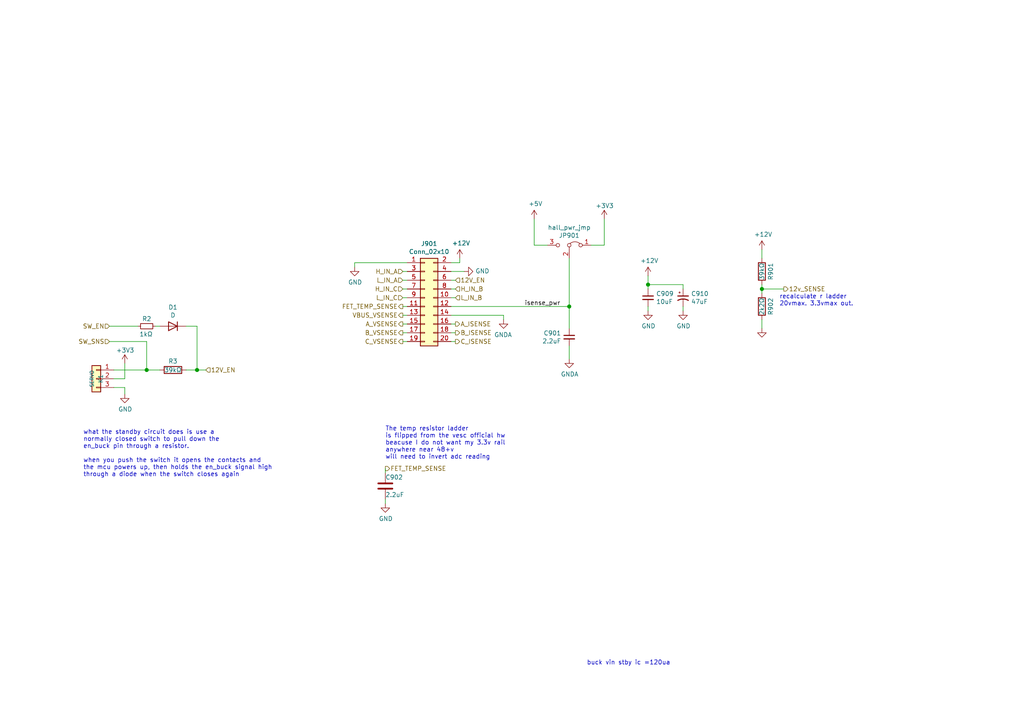
<source format=kicad_sch>
(kicad_sch (version 20210621) (generator eeschema)
  (paper "A4")
  (title_block (title "Moxie-Drive 24, vesc compatable motor controller") (date "2020-07-01") (rev "1.0") (company "Marshall Scholz"))
  (lib_symbols
    (symbol "24_control_board-rescue:C-Device-MoxiE_Control_board-rescue" (pin_numbers hide) (pin_names (offset 0.254))
      (property "Reference" "C" (at 0.635 2.54 0))
      (property "Value" "C-Device-MoxiE_Control_board-rescue" (at 0.635 -2.54 0))
      (symbol "C-Device-MoxiE_Control_board-rescue_0_1"
        (polyline (pts (xy -2.032 -0.762) (xy 2.032 -0.762)) (stroke (width 0.508)))
        (polyline (pts (xy -2.032 0.762) (xy 2.032 0.762)) (stroke (width 0.508)))
      )
      (symbol "C-Device-MoxiE_Control_board-rescue_1_1"
        (pin passive line (at 0 3.81 270) (length 2.794) (name "~") (number "1"))
        (pin passive line (at 0 -3.81 90) (length 2.794) (name "~") (number "2"))
      )
    )
    (symbol "24_control_board-rescue:Conn_01x03-Connector_Generic-MoxiE_Control_board-rescue" (pin_names hide)
      (property "Reference" "J" (at 0 5.08 0))
      (property "Value" "Conn_01x03-Connector_Generic-MoxiE_Control_board-rescue" (at 0 -5.08 0))
      (symbol "Conn_01x03-Connector_Generic-MoxiE_Control_board-rescue_1_1"
        (rectangle (start -1.27 -2.413) (end 0 -2.667) (stroke (width 0.1524)))
        (rectangle (start -1.27 0.127) (end 0 -0.127) (stroke (width 0.1524)))
        (rectangle (start -1.27 2.667) (end 0 2.413) (stroke (width 0.1524)))
        (rectangle (start -1.27 3.81) (end 1.27 -3.81) (stroke (width 0.254)) (fill (type background)))
        (pin passive line (at -5.08 2.54 0) (length 3.81) (name "Pin_1") (number "1"))
        (pin passive line (at -5.08 0 0) (length 3.81) (name "Pin_2") (number "2"))
        (pin passive line (at -5.08 -2.54 0) (length 3.81) (name "Pin_3") (number "3"))
      )
    )
    (symbol "Connector_Generic:Conn_02x10_Odd_Even" (pin_names hide)
      (property "Reference" "J" (at 1.27 12.7 0))
      (property "Value" "Conn_02x10_Odd_Even" (at 1.27 -15.24 0))
      (symbol "Conn_02x10_Odd_Even_1_1"
        (rectangle (start -1.27 -12.573) (end 0 -12.827) (stroke (width 0.1524)))
        (rectangle (start -1.27 -10.033) (end 0 -10.287) (stroke (width 0.1524)))
        (rectangle (start -1.27 -7.493) (end 0 -7.747) (stroke (width 0.1524)))
        (rectangle (start -1.27 -4.953) (end 0 -5.207) (stroke (width 0.1524)))
        (rectangle (start -1.27 -2.413) (end 0 -2.667) (stroke (width 0.1524)))
        (rectangle (start -1.27 0.127) (end 0 -0.127) (stroke (width 0.1524)))
        (rectangle (start -1.27 2.667) (end 0 2.413) (stroke (width 0.1524)))
        (rectangle (start -1.27 5.207) (end 0 4.953) (stroke (width 0.1524)))
        (rectangle (start -1.27 7.747) (end 0 7.493) (stroke (width 0.1524)))
        (rectangle (start -1.27 10.287) (end 0 10.033) (stroke (width 0.1524)))
        (rectangle (start 3.81 -12.573) (end 2.54 -12.827) (stroke (width 0.1524)))
        (rectangle (start 3.81 -10.033) (end 2.54 -10.287) (stroke (width 0.1524)))
        (rectangle (start 3.81 -7.493) (end 2.54 -7.747) (stroke (width 0.1524)))
        (rectangle (start 3.81 -4.953) (end 2.54 -5.207) (stroke (width 0.1524)))
        (rectangle (start 3.81 -2.413) (end 2.54 -2.667) (stroke (width 0.1524)))
        (rectangle (start 3.81 0.127) (end 2.54 -0.127) (stroke (width 0.1524)))
        (rectangle (start 3.81 2.667) (end 2.54 2.413) (stroke (width 0.1524)))
        (rectangle (start 3.81 5.207) (end 2.54 4.953) (stroke (width 0.1524)))
        (rectangle (start 3.81 7.747) (end 2.54 7.493) (stroke (width 0.1524)))
        (rectangle (start 3.81 10.287) (end 2.54 10.033) (stroke (width 0.1524)))
        (rectangle (start -1.27 11.43) (end 3.81 -13.97) (stroke (width 0.254)) (fill (type background)))
        (pin passive line (at -5.08 10.16 0) (length 3.81) (name "Pin_1") (number "1"))
        (pin passive line (at 7.62 0 180) (length 3.81) (name "Pin_10") (number "10"))
        (pin passive line (at -5.08 -2.54 0) (length 3.81) (name "Pin_11") (number "11"))
        (pin passive line (at 7.62 -2.54 180) (length 3.81) (name "Pin_12") (number "12"))
        (pin passive line (at -5.08 -5.08 0) (length 3.81) (name "Pin_13") (number "13"))
        (pin passive line (at 7.62 -5.08 180) (length 3.81) (name "Pin_14") (number "14"))
        (pin passive line (at -5.08 -7.62 0) (length 3.81) (name "Pin_15") (number "15"))
        (pin passive line (at 7.62 -7.62 180) (length 3.81) (name "Pin_16") (number "16"))
        (pin passive line (at -5.08 -10.16 0) (length 3.81) (name "Pin_17") (number "17"))
        (pin passive line (at 7.62 -10.16 180) (length 3.81) (name "Pin_18") (number "18"))
        (pin passive line (at -5.08 -12.7 0) (length 3.81) (name "Pin_19") (number "19"))
        (pin passive line (at 7.62 10.16 180) (length 3.81) (name "Pin_2") (number "2"))
        (pin passive line (at 7.62 -12.7 180) (length 3.81) (name "Pin_20") (number "20"))
        (pin passive line (at -5.08 7.62 0) (length 3.81) (name "Pin_3") (number "3"))
        (pin passive line (at 7.62 7.62 180) (length 3.81) (name "Pin_4") (number "4"))
        (pin passive line (at -5.08 5.08 0) (length 3.81) (name "Pin_5") (number "5"))
        (pin passive line (at 7.62 5.08 180) (length 3.81) (name "Pin_6") (number "6"))
        (pin passive line (at -5.08 2.54 0) (length 3.81) (name "Pin_7") (number "7"))
        (pin passive line (at 7.62 2.54 180) (length 3.81) (name "Pin_8") (number "8"))
        (pin passive line (at -5.08 0 0) (length 3.81) (name "Pin_9") (number "9"))
      )
    )
    (symbol "Device:CP1_Small" (pin_numbers hide) (pin_names (offset 0.254) hide)
      (property "Reference" "C" (at 0.254 1.778 0))
      (property "Value" "CP1_Small" (at 0.254 -2.032 0))
      (symbol "CP1_Small_0_1"
        (arc (start -1.524 -0.762) (end 1.524 -0.762) (radius (at 0 -3.556) (length 3.175) (angles 118.6 61.4)) (stroke (width 0.3048)))
        (polyline (pts (xy -1.524 0.508) (xy 1.524 0.508)) (stroke (width 0.3048)))
        (polyline (pts (xy -1.27 1.524) (xy -0.762 1.524)))
        (polyline (pts (xy -1.016 1.27) (xy -1.016 1.778)))
      )
      (symbol "CP1_Small_1_1"
        (pin passive line (at 0 2.54 270) (length 2.032) (name "~") (number "1"))
        (pin passive line (at 0 -2.54 90) (length 2.032) (name "~") (number "2"))
      )
    )
    (symbol "Device:C_Small" (pin_numbers hide) (pin_names (offset 0.254) hide)
      (property "Reference" "C" (at 0.254 1.778 0))
      (property "Value" "C_Small" (at 0.254 -2.032 0))
      (symbol "C_Small_0_1"
        (polyline (pts (xy -1.524 -0.508) (xy 1.524 -0.508)) (stroke (width 0.3302)))
        (polyline (pts (xy -1.524 0.508) (xy 1.524 0.508)) (stroke (width 0.3048)))
      )
      (symbol "C_Small_1_1"
        (pin passive line (at 0 2.54 270) (length 2.032) (name "~") (number "1"))
        (pin passive line (at 0 -2.54 90) (length 2.032) (name "~") (number "2"))
      )
    )
    (symbol "Device:D" (pin_numbers hide) (pin_names hide)
      (property "Reference" "D" (at 0 2.54 0))
      (property "Value" "D" (at 0 -2.54 0))
      (symbol "D_0_1"
        (polyline (pts (xy -1.27 1.27) (xy -1.27 -1.27)) (stroke (width 0.254)))
        (polyline (pts (xy 1.27 0) (xy -1.27 0)))
        (polyline (pts (xy 1.27 1.27) (xy 1.27 -1.27) (xy -1.27 0) (xy 1.27 1.27)) (stroke (width 0.254)))
      )
      (symbol "D_1_1"
        (pin passive line (at -3.81 0 0) (length 2.54) (name "K") (number "1"))
        (pin passive line (at 3.81 0 180) (length 2.54) (name "A") (number "2"))
      )
    )
    (symbol "Device:R" (pin_numbers hide) (pin_names (offset 0))
      (property "Reference" "R" (at 2.032 0 90))
      (property "Value" "R" (at 0 0 90))
      (symbol "R_0_1"
        (rectangle (start -1.016 -2.54) (end 1.016 2.54) (stroke (width 0.254)))
      )
      (symbol "R_1_1"
        (pin passive line (at 0 3.81 270) (length 1.27) (name "~") (number "1"))
        (pin passive line (at 0 -3.81 90) (length 1.27) (name "~") (number "2"))
      )
    )
    (symbol "Device:R_Small" (pin_numbers hide) (pin_names (offset 0.254) hide)
      (property "Reference" "R" (at 0.762 0.508 0))
      (property "Value" "R_Small" (at 0.762 -1.016 0))
      (symbol "R_Small_0_1"
        (rectangle (start -0.762 1.778) (end 0.762 -1.778) (stroke (width 0.2032)))
      )
      (symbol "R_Small_1_1"
        (pin passive line (at 0 2.54 270) (length 0.762) (name "~") (number "1"))
        (pin passive line (at 0 -2.54 90) (length 0.762) (name "~") (number "2"))
      )
    )
    (symbol "Jumper:Jumper_3_Bridged12" (pin_names (offset 0) hide)
      (property "Reference" "JP" (at -2.54 -2.54 0))
      (property "Value" "Jumper_3_Bridged12" (at 0 2.794 0))
      (symbol "Jumper_3_Bridged12_0_0"
        (circle (center -3.302 0) (radius 0.508))
        (circle (center 0 0) (radius 0.508))
        (circle (center 3.302 0) (radius 0.508))
      )
      (symbol "Jumper_3_Bridged12_0_1"
        (arc (start -3.048 0.508) (end -0.254 0.508) (radius (at -1.651 -1.27) (length 2.2606) (angles 128.2 51.8)))
        (polyline (pts (xy 0 -1.27) (xy 0 -0.508)))
      )
      (symbol "Jumper_3_Bridged12_1_1"
        (pin passive line (at -6.35 0 0) (length 2.54) (name "A") (number "1"))
        (pin input line (at 0 -3.81 90) (length 2.54) (name "C") (number "2"))
        (pin passive line (at 6.35 0 180) (length 2.54) (name "B") (number "3"))
      )
    )
    (symbol "power:+12V" (power) (pin_names (offset 0))
      (property "Value" "+12V" (at 0 3.556 0))
      (symbol "+12V_0_1"
        (polyline (pts (xy -0.762 1.27) (xy 0 2.54)))
        (polyline (pts (xy 0 0) (xy 0 2.54)))
        (polyline (pts (xy 0 2.54) (xy 0.762 1.27)))
      )
      (symbol "+12V_1_1"
        (pin power_in line (at 0 0 90) (length 0) hide (name "+12V") (number "1"))
      )
    )
    (symbol "power:+3.3V" (power) (pin_names (offset 0))
      (property "Value" "+3.3V" (at 0 3.556 0))
      (symbol "+3.3V_0_1"
        (polyline (pts (xy -0.762 1.27) (xy 0 2.54)))
        (polyline (pts (xy 0 0) (xy 0 2.54)))
        (polyline (pts (xy 0 2.54) (xy 0.762 1.27)))
      )
      (symbol "+3.3V_1_1"
        (pin power_in line (at 0 0 90) (length 0) hide (name "+3V3") (number "1"))
      )
    )
    (symbol "power:+5V" (power) (pin_names (offset 0))
      (property "Value" "+5V" (at 0 3.556 0))
      (symbol "+5V_0_1"
        (polyline (pts (xy -0.762 1.27) (xy 0 2.54)))
        (polyline (pts (xy 0 0) (xy 0 2.54)))
        (polyline (pts (xy 0 2.54) (xy 0.762 1.27)))
      )
      (symbol "+5V_1_1"
        (pin power_in line (at 0 0 90) (length 0) hide (name "+5V") (number "1"))
      )
    )
    (symbol "power:GND" (power) (pin_names (offset 0))
      (property "Value" "GND" (at 0 -3.81 0))
      (symbol "GND_0_1"
        (polyline (pts (xy 0 0) (xy 0 -1.27) (xy 1.27 -1.27) (xy 0 -2.54) (xy -1.27 -1.27) (xy 0 -1.27)))
      )
      (symbol "GND_1_1"
        (pin power_in line (at 0 0 270) (length 0) hide (name "GND") (number "1"))
      )
    )
    (symbol "power:GNDA" (power) (pin_names (offset 0))
      (property "Value" "GNDA" (at 0 -3.81 0))
      (symbol "GNDA_0_1"
        (polyline (pts (xy 0 0) (xy 0 -1.27) (xy 1.27 -1.27) (xy 0 -2.54) (xy -1.27 -1.27) (xy 0 -1.27)))
      )
      (symbol "GNDA_1_1"
        (pin power_in line (at 0 0 270) (length 0) hide (name "GNDA") (number "1"))
      )
    )
  )
  (junction (at 42.545 107.315) (diameter 1.016))
  (junction (at 57.15 107.315) (diameter 1.016))
  (junction (at 165.1 88.9) (diameter 1.016))
  (junction (at 187.96 82.55) (diameter 1.016))
  (junction (at 220.98 83.82) (diameter 1.016))
  (wire (pts (xy 31.75 94.615) (xy 40.005 94.615)))
  (wire (pts (xy 31.75 99.06) (xy 42.545 99.06)))
  (wire (pts (xy 33.02 107.315) (xy 42.545 107.315)))
  (wire (pts (xy 33.02 112.395) (xy 36.195 112.395)))
  (wire (pts (xy 36.195 105.41) (xy 36.195 109.855)))
  (wire (pts (xy 36.195 109.855) (xy 33.02 109.855)))
  (wire (pts (xy 36.195 112.395) (xy 36.195 114.3)))
  (wire (pts (xy 42.545 107.315) (xy 42.545 99.06)))
  (wire (pts (xy 42.545 107.315) (xy 46.355 107.315)))
  (wire (pts (xy 45.085 94.615) (xy 46.355 94.615)))
  (wire (pts (xy 53.975 107.315) (xy 57.15 107.315)))
  (wire (pts (xy 57.15 94.615) (xy 53.975 94.615)))
  (wire (pts (xy 57.15 107.315) (xy 57.15 94.615)))
  (wire (pts (xy 57.15 107.315) (xy 59.69 107.315)))
  (wire (pts (xy 102.87 76.2) (xy 102.87 77.47)))
  (wire (pts (xy 111.76 137.16) (xy 111.76 135.89)))
  (wire (pts (xy 111.76 146.05) (xy 111.76 144.78)))
  (wire (pts (xy 116.84 78.74) (xy 118.11 78.74)))
  (wire (pts (xy 116.84 81.28) (xy 118.11 81.28)))
  (wire (pts (xy 116.84 83.82) (xy 118.11 83.82)))
  (wire (pts (xy 116.84 86.36) (xy 118.11 86.36)))
  (wire (pts (xy 116.84 88.9) (xy 118.11 88.9)))
  (wire (pts (xy 116.84 91.44) (xy 118.11 91.44)))
  (wire (pts (xy 116.84 93.98) (xy 118.11 93.98)))
  (wire (pts (xy 116.84 96.52) (xy 118.11 96.52)))
  (wire (pts (xy 116.84 99.06) (xy 118.11 99.06)))
  (wire (pts (xy 118.11 76.2) (xy 102.87 76.2)))
  (wire (pts (xy 130.81 81.28) (xy 132.08 81.28)))
  (wire (pts (xy 132.08 83.82) (xy 130.81 83.82)))
  (wire (pts (xy 132.08 86.36) (xy 130.81 86.36)))
  (wire (pts (xy 132.08 93.98) (xy 130.81 93.98)))
  (wire (pts (xy 132.08 96.52) (xy 130.81 96.52)))
  (wire (pts (xy 132.08 99.06) (xy 130.81 99.06)))
  (wire (pts (xy 133.35 74.93) (xy 133.35 76.2)))
  (wire (pts (xy 133.35 76.2) (xy 130.81 76.2)))
  (wire (pts (xy 134.62 78.74) (xy 130.81 78.74)))
  (wire (pts (xy 146.05 91.44) (xy 130.81 91.44)))
  (wire (pts (xy 146.05 92.71) (xy 146.05 91.44)))
  (wire (pts (xy 154.94 63.5) (xy 154.94 71.12)))
  (wire (pts (xy 154.94 71.12) (xy 158.75 71.12)))
  (wire (pts (xy 165.1 88.9) (xy 130.81 88.9)))
  (wire (pts (xy 165.1 88.9) (xy 165.1 74.93)))
  (wire (pts (xy 165.1 88.9) (xy 165.1 95.25)))
  (wire (pts (xy 165.1 100.33) (xy 165.1 104.14)))
  (wire (pts (xy 171.45 71.12) (xy 175.26 71.12)))
  (wire (pts (xy 175.26 71.12) (xy 175.26 63.5)))
  (wire (pts (xy 187.96 82.55) (xy 187.96 80.01)))
  (wire (pts (xy 187.96 82.55) (xy 198.12 82.55)))
  (wire (pts (xy 187.96 83.82) (xy 187.96 82.55)))
  (wire (pts (xy 187.96 88.9) (xy 187.96 90.17)))
  (wire (pts (xy 198.12 83.82) (xy 198.12 82.55)))
  (wire (pts (xy 198.12 90.17) (xy 198.12 88.9)))
  (wire (pts (xy 220.98 72.39) (xy 220.98 74.93)))
  (wire (pts (xy 220.98 83.82) (xy 220.98 82.55)))
  (wire (pts (xy 220.98 85.09) (xy 220.98 83.82)))
  (wire (pts (xy 220.98 92.71) (xy 220.98 95.25)))
  (wire (pts (xy 227.33 83.82) (xy 220.98 83.82)))
  (text "what the standby circuit does is use a \nnormally closed switch to pull down the \nen_buck pin through a resistor.\n\nwhen you push the switch it opens the contacts and \nthe mcu powers up, then holds the en_buck signal high \nthrough a diode when the switch closes again" (at 24.13 138.43 0) (effects (font (size 1.27 1.27)) (justify left bottom)))
  (text "The temp resistor ladder\nis flipped from the vesc official hw\nbeacuse I do not want my 3.3v rail \nanywhere near 48+v\nwill need to invert adc reading" (at 111.76 133.35 0) (effects (font (size 1.27 1.27)) (justify left bottom)))
  (text "buck vin stby ic =120ua" (at 170.18 193.04 0) (effects (font (size 1.27 1.27)) (justify left bottom)))
  (text "recalculate r ladder\n20vmax. 3.3vmax out. " (at 226.06 88.9 0) (effects (font (size 1.27 1.27)) (justify left bottom)))
  (label "isense_pwr" (at 162.56 88.9 180))
  (hierarchical_label "SW_EN" (shape input) (at 31.75 94.615 180))
  (hierarchical_label "SW_SNS" (shape input) (at 31.75 99.06 180))
  (hierarchical_label "12V_EN" (shape input) (at 59.69 107.315 0))
  (hierarchical_label "FET_TEMP_SENSE" (shape output) (at 111.76 135.89 0))
  (hierarchical_label "H_IN_A" (shape input) (at 116.84 78.74 180))
  (hierarchical_label "L_IN_A" (shape input) (at 116.84 81.28 180))
  (hierarchical_label "H_IN_C" (shape input) (at 116.84 83.82 180))
  (hierarchical_label "L_IN_C" (shape input) (at 116.84 86.36 180))
  (hierarchical_label "FET_TEMP_SENSE" (shape output) (at 116.84 88.9 180))
  (hierarchical_label "VBUS_VSENSE" (shape output) (at 116.84 91.44 180))
  (hierarchical_label "A_VSENSE" (shape output) (at 116.84 93.98 180))
  (hierarchical_label "B_VSENSE" (shape output) (at 116.84 96.52 180))
  (hierarchical_label "C_VSENSE" (shape output) (at 116.84 99.06 180))
  (hierarchical_label "12V_EN" (shape input) (at 132.08 81.28 0))
  (hierarchical_label "H_IN_B" (shape input) (at 132.08 83.82 0))
  (hierarchical_label "L_IN_B" (shape input) (at 132.08 86.36 0))
  (hierarchical_label "A_ISENSE" (shape output) (at 132.08 93.98 0))
  (hierarchical_label "B_ISENSE" (shape output) (at 132.08 96.52 0))
  (hierarchical_label "C_ISENSE" (shape output) (at 132.08 99.06 0))
  (hierarchical_label "12v_SENSE" (shape output) (at 227.33 83.82 0))
  (symbol (lib_id "power:+3.3V") (at 36.195 105.41 0) (unit 1)
    (property "Reference" "#PWR0136" (effects hide))
    (property "Value" "+3.3V" (at 33.655 101.6 0) (effects (justify left)))
  )
  (symbol (lib_id "power:+12V") (at 133.35 74.93 0) (unit 1)
    (property "Reference" "#PWR0908" (effects hide))
    (property "Value" "+12V" (at 133.731 70.5358 0))
  )
  (symbol (lib_id "power:+5V") (at 154.94 63.5 0) (unit 1)
    (property "Reference" "#PWR0125" (effects hide))
    (property "Value" "+5V" (at 155.321 59.1058 0))
  )
  (symbol (lib_id "power:+3.3V") (at 175.26 63.5 0) (unit 1)
    (property "Reference" "#PWR0904" (effects hide))
    (property "Value" "+3.3V" (at 172.72 59.69 0) (effects (justify left)))
  )
  (symbol (lib_id "power:+12V") (at 187.96 80.01 0) (unit 1)
    (property "Reference" "#PWR0913" (effects hide))
    (property "Value" "+12V" (at 188.341 75.6158 0))
  )
  (symbol (lib_id "power:+12V") (at 220.98 72.39 0) (unit 1)
    (property "Reference" "#PWR0920" (effects hide))
    (property "Value" "+12V" (at 221.361 67.9958 0))
  )
  (symbol (lib_id "power:GND") (at 36.195 114.3 0) (unit 1)
    (property "Reference" "#PWR0135" (effects hide))
    (property "Value" "GND" (at 36.322 118.6942 0))
  )
  (symbol (lib_id "power:GND") (at 102.87 77.47 0) (unit 1)
    (property "Reference" "#PWR0903" (effects hide))
    (property "Value" "GND" (at 102.997 81.8642 0))
  )
  (symbol (lib_id "power:GND") (at 111.76 146.05 0) (unit 1)
    (property "Reference" "#PWR0134" (effects hide))
    (property "Value" "GND" (at 111.887 150.4442 0))
  )
  (symbol (lib_id "power:GND") (at 134.62 78.74 90) (unit 1)
    (property "Reference" "#PWR0909" (effects hide))
    (property "Value" "GND" (at 137.8712 78.613 90) (effects (justify right)))
  )
  (symbol (lib_id "power:GNDA") (at 146.05 92.71 0) (mirror y) (unit 1)
    (property "Reference" "#PWR0905" (effects hide))
    (property "Value" "GNDA" (at 145.923 97.1042 0))
  )
  (symbol (lib_id "power:GNDA") (at 165.1 104.14 0) (unit 1)
    (property "Reference" "#PWR0902" (effects hide))
    (property "Value" "GNDA" (at 165.227 108.5342 0))
  )
  (symbol (lib_id "power:GND") (at 187.96 90.17 0) (unit 1)
    (property "Reference" "#PWR0131" (effects hide))
    (property "Value" "GND" (at 188.087 94.5642 0))
  )
  (symbol (lib_id "power:GND") (at 198.12 90.17 0) (unit 1)
    (property "Reference" "#PWR0130" (effects hide))
    (property "Value" "GND" (at 198.247 94.5642 0))
  )
  (symbol (lib_id "power:GND") (at 220.98 95.25 0) (mirror y) (unit 1)
    (property "Reference" "#PWR0921" (effects hide))
    (property "Value" "GND" (effects hide))
  )
  (symbol (lib_id "Device:R_Small") (at 42.545 94.615 90) (unit 1)
    (property "Reference" "R2" (at 43.9166 92.4814 90) (effects (justify left)))
    (property "Value" "1kΩ" (at 44.323 96.9264 90) (effects (justify left)))
    (property "Footprint" "pkl_dipol:R_0402" (effects hide))
  )
  (symbol (lib_id "Device:R") (at 50.165 107.315 270) (mirror x) (unit 1)
    (property "Reference" "R3" (at 50.165 104.775 90))
    (property "Value" "39kΩ" (at 50.165 107.315 90))
    (property "Footprint" "pkl_dipol:C_0603" (effects hide))
  )
  (symbol (lib_id "Device:R") (at 220.98 78.74 0) (mirror x) (unit 1)
    (property "Reference" "R901" (at 223.52 78.74 90))
    (property "Value" "39kΩ" (at 220.98 78.74 90))
    (property "Footprint" "pkl_dipol:C_0603" (effects hide))
  )
  (symbol (lib_id "Device:R") (at 220.98 88.9 0) (mirror y) (unit 1)
    (property "Reference" "R902" (at 223.52 88.9 90))
    (property "Value" "2k2Ω" (at 220.98 88.9 90))
    (property "Footprint" "pkl_dipol:R_0402" (effects hide))
  )
  (symbol (lib_id "Device:CP1_Small") (at 198.12 86.36 0) (unit 1)
    (property "Reference" "C910" (at 200.4314 85.1916 0) (effects (justify left)))
    (property "Value" "47uF" (at 200.4314 87.503 0) (effects (justify left)))
    (property "Footprint" "Capacitor_Tantalum_SMD:CP_EIA-3528-15_AVX-H" (effects hide))
    (property "pn" " TAJB106K025RNJ" (effects hide))
    (property "Voltage" "25v" (effects hide))
  )
  (symbol (lib_id "Device:C_Small") (at 165.1 97.79 0) (mirror y) (unit 1)
    (property "Reference" "C901" (at 162.7632 96.6216 0) (effects (justify left)))
    (property "Value" "2.2uF" (at 162.7632 98.933 0) (effects (justify left)))
    (property "Footprint" "pkl_dipol:C_0402" (effects hide))
    (property "PartNo" "CC0603KRX7R6BB104" (effects hide))
  )
  (symbol (lib_id "Device:C_Small") (at 187.96 86.36 0) (unit 1)
    (property "Reference" "C909" (at 190.2968 85.1916 0) (effects (justify left)))
    (property "Value" "10uF" (at 190.2968 87.503 0) (effects (justify left)))
    (property "Footprint" "pkl_dipol:C_0603" (effects hide))
    (property "PartNo" "CL10A106MA8NRNC" (effects hide))
  )
  (symbol (lib_id "Device:D") (at 50.165 94.615 180) (unit 1)
    (property "Reference" "D1" (at 50.165 89.1286 0))
    (property "Value" "D" (at 50.165 91.44 0))
    (property "Footprint" "Diode_SMD:D_SOD-323F" (effects hide))
  )
  (symbol (lib_id "24_control_board-rescue:C-Device-MoxiE_Control_board-rescue") (at 111.76 140.97 0) (unit 1)
    (property "Reference" "C902" (at 111.76 138.43 0) (effects (justify left)))
    (property "Value" "2.2uF" (at 111.76 143.51 0) (effects (justify left)))
    (property "Footprint" "pkl_dipol:C_0402" (effects hide))
  )
  (symbol (lib_id "24_control_board-rescue:Conn_01x03-Connector_Generic-MoxiE_Control_board-rescue") (at 27.94 109.855 0) (mirror y) (unit 1)
    (property "Reference" "K1" (at 29.21 109.855 90))
    (property "Value" "SERVO" (at 26.67 109.855 90) (effects (font (size 1.016 1.016))))
    (property "Footprint" "Connector_JST:JST_PH_B3B-PH-K_1x03_P2.00mm_Vertical" (effects hide))
  )
  (symbol (lib_id "Jumper:Jumper_3_Bridged12") (at 165.1 71.12 0) (mirror y) (unit 1)
    (property "Reference" "JP901" (at 165.1 68.3006 0))
    (property "Value" "hall_pwr_jmp" (at 165.1 65.9892 0))
    (property "Footprint" "pkl_jumpers:J_NCNO_0903_15" (effects hide))
  )
  (symbol (lib_id "Connector_Generic:Conn_02x10_Odd_Even") (at 123.19 86.36 0) (unit 1)
    (property "Reference" "J901" (at 124.46 70.6882 0))
    (property "Value" "Conn_02x10" (at 124.46 72.9996 0))
    (property "Footprint" "Connector_PinSocket_2.54mm:PinSocket_2x10_P2.54mm_Vertical" (effects hide))
  )
)
</source>
